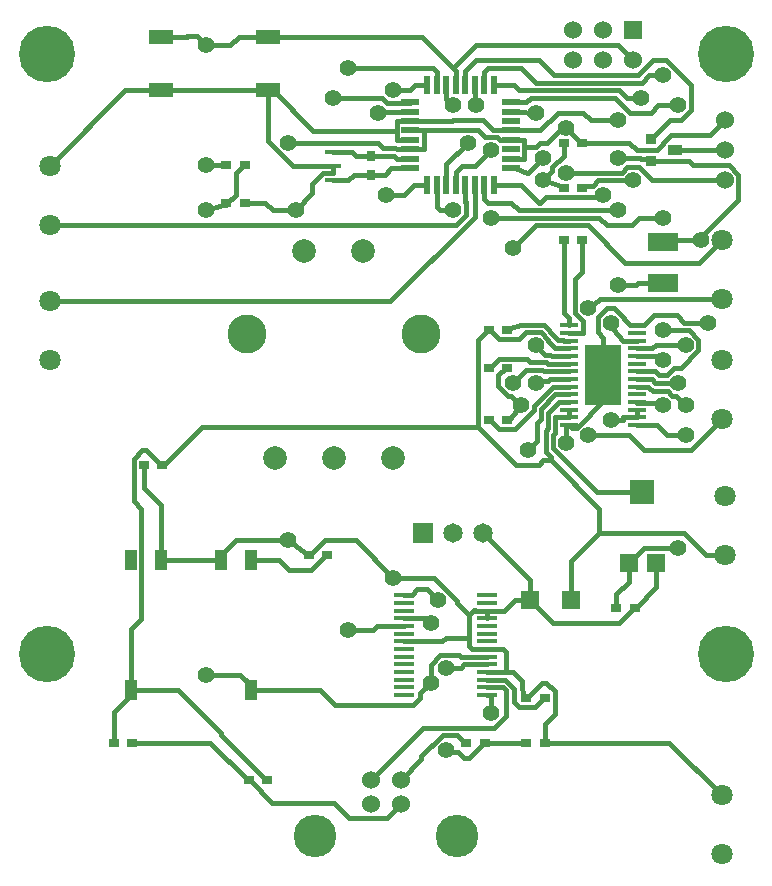
<source format=gtl>
*
*
G04 PADS 9.3.1 Build Number: 456998 generated Gerber (RS-274-X) file*
G04 PC Version=2.1*
*
%IN "Dechorionator.pcb"*%
*
%MOIN*%
*
%FSLAX35Y35*%
*
*
*
*
G04 PC Standard Apertures*
*
*
G04 Thermal Relief Aperture macro.*
%AMTER*
1,1,$1,0,0*
1,0,$1-$2,0,0*
21,0,$3,$4,0,0,45*
21,0,$3,$4,0,0,135*
%
*
*
G04 Annular Aperture macro.*
%AMANN*
1,1,$1,0,0*
1,0,$2,0,0*
%
*
*
G04 Odd Aperture macro.*
%AMODD*
1,1,$1,0,0*
1,0,$1-0.005,0,0*
%
*
*
G04 PC Custom Aperture Macros*
*
*
*
*
*
*
G04 PC Aperture Table*
*
%ADD010C,0.001*%
%ADD016R,0.038X0.03*%
%ADD023R,0.03X0.038*%
%ADD026C,0.06*%
%ADD027R,0.06X0.06*%
%ADD030R,0.07087X0.01772*%
%ADD031C,0.14173*%
%ADD037C,0.055*%
%ADD128R,0.05906X0.02165*%
%ADD129R,0.02165X0.05906*%
%ADD130R,0.08268X0.05118*%
%ADD131C,0.07874*%
%ADD132C,0.12992*%
%ADD133R,0.06102X0.01575*%
%ADD134R,0.12205X0.20276*%
%ADD135R,0.06299X0.06299*%
%ADD136R,0.07874X0.07874*%
%ADD138R,0.065X0.065*%
%ADD139C,0.065*%
%ADD141R,0.036X0.036*%
%ADD146C,0.1875*%
%ADD168C,0.07087*%
%ADD169R,0.05X0.036*%
%ADD170R,0.05512X0.01575*%
%ADD171R,0.03937X0.07087*%
%ADD172R,0.1X0.06*%
%ADD173C,0.018*%
*
*
*
*
G04 PC Circuitry*
G04 Layer Name Dechorionator.pcb - circuitry*
%LPD*%
*
*
G04 PC Custom Flashes*
G04 Layer Name Dechorionator.pcb - flashes*
%LPD*%
*
*
G04 PC Circuitry*
G04 Layer Name Dechorionator.pcb - circuitry*
%LPD*%
*
G54D10*
G54D16*
G01X158100Y52500D03*
X151900D03*
X178100D03*
X171900D03*
X178100Y67500D03*
X171900D03*
X71900Y245000D03*
X78100D03*
X184400Y220000D03*
X190600D03*
X44400Y145000D03*
X50600D03*
X40600Y52500D03*
X34400D03*
X79400Y40000D03*
X85600D03*
X201900Y97500D03*
X208100D03*
X165600Y190000D03*
X159400D03*
X165600Y177500D03*
X159400D03*
X165600Y160000D03*
X159400D03*
X190600Y237500D03*
X184400D03*
X190600Y252500D03*
X184400D03*
X71900Y232500D03*
X78100D03*
X99400Y115000D03*
X105600D03*
G54D23*
X120000Y241900D03*
Y248100D03*
G54D26*
X130000Y40000D03*
X120157D03*
Y32126D03*
X130000D03*
X187500Y280000D03*
Y290000D03*
X197500Y280000D03*
Y290000D03*
X207500Y280000D03*
X238000Y240000D03*
Y250000D03*
Y260000D03*
G54D27*
X207500Y290000D03*
X173250Y100000D03*
X186750D03*
G54D30*
X131024Y101634D03*
Y99075D03*
Y96516D03*
Y93957D03*
Y91398D03*
Y88839D03*
Y86280D03*
Y83720D03*
Y81161D03*
Y78602D03*
Y76043D03*
Y73484D03*
Y70925D03*
Y68366D03*
X158976D03*
Y70925D03*
Y73484D03*
Y76043D03*
Y78602D03*
Y81161D03*
Y83720D03*
Y86280D03*
Y88839D03*
Y91398D03*
Y93957D03*
Y96516D03*
Y99075D03*
Y101634D03*
G54D31*
X101378Y21496D03*
X148780D03*
G54D37*
X65000Y75000D03*
X140000Y72500D03*
X160000Y62500D03*
X145000Y77500D03*
Y50000D03*
X92500Y120000D03*
X112500Y90000D03*
X127500Y107500D03*
X140000Y92500D03*
X142500Y100000D03*
X222500Y117500D03*
X185000Y152500D03*
X170000Y165000D03*
X200000Y160000D03*
X172500Y150000D03*
X192500Y155000D03*
X225000Y165000D03*
X217500D03*
X225000Y155000D03*
X202500Y205000D03*
X200000Y192500D03*
X175000Y172500D03*
X167500D03*
X192500Y197500D03*
X175000Y185000D03*
X232500Y192500D03*
X217500Y190000D03*
X225000Y185000D03*
X217500Y180000D03*
X222500Y172500D03*
X65000Y245000D03*
Y230000D03*
X95000D03*
X125000Y235000D03*
X147500Y230000D03*
X160000Y227500D03*
X202500Y247500D03*
X185000Y242500D03*
X202500Y230000D03*
X197500Y235000D03*
X177500Y247500D03*
Y240000D03*
X167500Y217500D03*
X230000Y220000D03*
X217500Y227500D03*
X207500Y240000D03*
X65000Y285000D03*
X92500Y252500D03*
X107500Y267500D03*
X122500Y262500D03*
X112500Y277500D03*
X127500Y270000D03*
X147500Y265000D03*
X152500Y252500D03*
X160000Y250000D03*
X155000Y265000D03*
X202500Y260000D03*
X185000Y257500D03*
X175000Y262500D03*
X217500Y275000D03*
X210000Y267500D03*
X222500Y265000D03*
G54D128*
X133268Y266024D03*
Y262874D03*
Y259724D03*
Y256575D03*
Y253425D03*
Y250276D03*
Y247126D03*
Y243976D03*
X166732D03*
Y247126D03*
Y250276D03*
Y253425D03*
Y256575D03*
Y259724D03*
Y262874D03*
Y266024D03*
G54D129*
X138976Y238268D03*
X142126D03*
X145276D03*
X148425D03*
X151575D03*
X154724D03*
X157874D03*
X161024D03*
Y271732D03*
X157874D03*
X154724D03*
X151575D03*
X148425D03*
X145276D03*
X142126D03*
X138976D03*
G54D130*
X85827Y287795D03*
X50000D03*
X85827Y270000D03*
X50000D03*
G54D131*
X127500Y147500D03*
X107815D03*
X88130D03*
X117657Y216398D03*
X97972D03*
G54D132*
X136949Y188839D03*
X78697D03*
G54D133*
X186181Y191634D03*
Y189075D03*
Y186516D03*
Y183957D03*
Y181398D03*
Y178839D03*
Y176280D03*
Y173720D03*
Y171161D03*
Y168602D03*
Y166043D03*
Y163484D03*
Y160925D03*
Y158366D03*
X208819D03*
Y160925D03*
Y163484D03*
Y166043D03*
Y168602D03*
Y171161D03*
Y173720D03*
Y176280D03*
Y178839D03*
Y181398D03*
Y183957D03*
Y186516D03*
Y189075D03*
Y191634D03*
G54D134*
X197500Y175000D03*
G54D135*
X215252Y112500D03*
X206000D03*
G54D136*
X210626Y136122D03*
G54D138*
X137500Y122500D03*
G54D139*
X147500D03*
X157500D03*
G54D141*
X213600Y253750D03*
Y246250D03*
G54D146*
X238500Y282000D03*
Y82000D03*
X12000Y282000D03*
Y82000D03*
G54D168*
X237000Y220000D03*
Y200315D03*
Y180000D03*
Y160315D03*
X238000Y115000D03*
Y134685D03*
X237000Y35000D03*
Y15315D03*
X13000Y180000D03*
Y199685D03*
Y225000D03*
Y244685D03*
G54D169*
X221600Y250000D03*
G54D170*
X107500Y240000D03*
Y244724D03*
Y249449D03*
G54D171*
X40000Y70000D03*
X80000D03*
X40000Y113386D03*
X50000D03*
X70000D03*
X80000D03*
G54D172*
X217500Y205750D03*
Y219250D03*
G54D173*
X79400Y40000D02*
X79800D01*
X87300Y32500*
X107968*
X112968Y27500*
X125374*
X130000Y32126*
X120157Y40000D02*
X137657Y57500D01*
X161010*
X165000Y61490*
Y69945*
X130000Y40000D02*
X136966Y46966D01*
Y47976*
X144050Y55061*
X148939*
X151500Y52500*
X151900*
X40000Y70000D02*
Y90398D01*
X43469Y93867*
Y130546*
X40000Y70000D02*
X55658D01*
X70000Y55658*
Y55200*
X85200Y40000*
X85600*
X34400Y52500D02*
Y62825D01*
X40000Y68425*
Y70000*
X40600Y52500D02*
X66500D01*
X79000Y40000*
X79400*
X65000Y75000D02*
X76575D01*
X80000Y71575*
Y70000*
X103154*
X108154Y65000*
X134208*
X136531Y67323*
Y69031*
X140000Y72500*
X152774Y87500D02*
Y84880D01*
X153933Y83720*
X158976*
X140000Y72500D02*
Y78510D01*
X143240Y81750*
X149635*
X150224Y81161*
X150224D02*
X158976D01*
X145000Y77500D02*
X150000D01*
X151102Y78602*
X158976*
X145000Y50000D02*
Y49500D01*
X149250*
X151250Y47500*
X152700*
X157700Y52500*
X158100*
X171900*
X158976Y83720D02*
X164020D01*
X165000Y82740*
Y76043*
X158976*
Y73484D02*
X164855D01*
X167784Y70555*
Y66094*
X169379Y64500*
X174700*
X177700Y67500*
X178100*
X158976Y70925D02*
X164020D01*
X165000Y69945*
X158976Y68366D02*
X160000D01*
Y62500*
X131024Y86280D02*
X143780D01*
X145000Y87500*
X152774*
X165000Y76043D02*
X167400D01*
X170424Y73019*
Y72500*
X170965Y67500*
X171900*
X172300*
X177300Y72500*
X178621*
X181500Y69621*
Y62139*
X178100Y52500D02*
Y58739D01*
X181500Y62139*
X178100Y52500D02*
X219500D01*
X237000Y35000*
X80000Y113386D02*
X89481D01*
X92867Y110000*
X100200*
X105200Y115000*
X105600*
X70000Y113386D02*
Y114961D01*
X75039Y120000*
X92500*
X50000Y113386D02*
X70000D01*
X92500Y120000D02*
X99205Y115000D01*
X99400*
X112500Y90000D02*
X120666D01*
X122064Y91398*
X131024*
X99400Y115000D02*
X99800D01*
X104800Y120000*
X115000*
X127500Y107500*
X152774Y87500D02*
Y95116D01*
X154471Y96813*
X154696*
X154993Y96516*
X158976*
X127500Y107500D02*
X141010D01*
X148913Y99597*
Y98976*
X152774Y95116*
X157500Y122500D02*
X173250Y106750D01*
Y100000*
X158976Y96516D02*
X164643D01*
X168127Y100000*
X173250*
X158976Y96516D02*
Y93957D01*
X131024D02*
X138543D01*
X140000Y92500*
X131024Y101634D02*
X133681D01*
X135628Y103580*
X138920*
X142500Y100000*
X196133Y122500D02*
X224484D01*
X231984Y115000*
X238000*
X186750Y100000D02*
Y113117D01*
X196133Y122500*
X173250Y100000D02*
X180750Y92500D01*
X202700*
X207700Y97500*
X208100*
X201900D02*
Y102125D01*
X206000Y106225*
Y112500*
X211000Y117500*
X222500*
X208100Y97500D02*
X208500D01*
X215252Y104252*
Y112500*
X41000Y147121D02*
Y133015D01*
X43469Y130546*
X41000Y147121D02*
X43879Y150000D01*
X45200*
X50200Y145000*
X50600*
X44400D02*
Y137504D01*
X50000Y131904*
Y113386*
X50600Y145000D02*
X51000D01*
X63717Y157717*
X155736*
X168453Y145000*
X176060*
X177656Y146596*
X180106*
X155736Y157717D02*
Y186736D01*
X159000Y190000*
X159400*
Y160000D02*
X159800D01*
X162800Y157000*
X168121*
X174430Y163309*
Y164796*
X180795Y171161*
X186181*
X180106Y146596D02*
X196133Y130569D01*
Y122500*
X178350Y149465D02*
X180106Y147708D01*
Y146596*
X178350Y149465D02*
Y156551D01*
X179230Y157431*
Y162493*
X182780Y166043*
X186181*
X180750Y150740D02*
Y154909D01*
X181630Y155789*
Y160925*
X186181*
X180750Y150740D02*
X195368Y136122D01*
X210626*
X185000Y152500D02*
Y158366D01*
X186181*
X200000Y160000D02*
X204250D01*
Y160907*
X204268Y160925*
X208819*
X172500Y150000D02*
X175505Y153005D01*
Y159045*
X176830Y160370*
Y163802*
X181630Y168602*
X186181*
X192500Y155000D02*
X206049D01*
X206049D02*
X211049Y150000D01*
X211049D02*
X226685D01*
X237000Y160315*
X165600Y160000D02*
X166136D01*
X170000Y165000*
X186181Y158366D02*
X187047Y157500D01*
X188716*
X197500Y166284*
Y175000*
X186181Y163484D02*
Y160925D01*
X208819Y166043D02*
Y165900D01*
X217500*
Y165000*
X208819Y160925D02*
Y163484D01*
Y158366D02*
X215377D01*
X218743Y155000*
X225000*
X13000Y199685D02*
X126590D01*
X154724Y227820*
Y238268*
X162639Y174939D02*
X165200Y177500D01*
X165600*
X162639Y174939D02*
Y171350D01*
X165862Y168128*
X166872*
X170000Y165000*
X159400Y177500D02*
X159800D01*
X162800Y180500*
X172114*
X173315Y179299*
X178574*
X179034Y178839*
X186181*
X159400Y190000D02*
X159800D01*
X162800Y187000*
X169555*
X171805Y189250*
X176760*
X179154Y186857*
Y186433*
X181630Y183957*
X186181*
X199593Y192163D02*
X204268Y186516D01*
X208819*
X199593Y192163D02*
X200000Y192500D01*
X195750Y194260D02*
X198990Y197500D01*
X201010*
X204479Y194032*
Y193710*
X206555Y191634*
X208819*
X195750Y194260D02*
Y189250D01*
X197500Y187500*
Y175000*
X188250Y206955D02*
X190600Y209305D01*
Y220000*
X188250Y206955D02*
Y195632D01*
X190732Y193150*
X202500Y205000D02*
X208500D01*
X209250Y205750*
X217500*
X175000Y172500D02*
Y173011D01*
X179250*
X179960Y173720*
X186181*
X167500Y172500D02*
X171750Y176750D01*
X177255*
X177726Y176280*
X186181*
X192500Y197500D02*
X196010Y200000D01*
X196325Y200315*
X237000*
X175000Y185000D02*
X178152Y181848D01*
X179893*
X180343Y181398*
X186181*
X165600Y190000D02*
Y190600D01*
X166600*
X170000Y191650*
X177755*
X181554Y187851*
Y187742*
X182565Y186731*
X184212*
X184427Y186516*
X186181*
Y189075D02*
X190732D01*
Y193150*
X217500Y190000D02*
X226010D01*
X229250Y186760*
X208819Y191634D02*
X211083D01*
X214449Y195000*
X222130*
X224630Y192500*
X232500*
X208819Y183957D02*
X213957D01*
X215000Y185000*
X225000*
X208819Y181398D02*
X216102D01*
X217500Y180000*
X208819Y176280D02*
X214886D01*
X216166Y175000*
X218750*
X221250Y177500*
X223510*
X229250Y183240*
Y186760*
X208819Y173720D02*
X213727D01*
X214947Y172500*
X222500*
X208819Y171161D02*
X212562D01*
X214048Y169675*
X219075*
X220622Y168128*
X221872*
X225000Y165000*
X13000Y244685D02*
X38315Y270000D01*
X50000*
X13000Y225000D02*
X148510D01*
X151750Y228240*
Y232700*
X65000Y245000D02*
X71900D01*
X65000Y230000D02*
X70900Y231900D01*
X71900*
Y232500*
X78100D02*
X84875D01*
X87375Y230000*
X95000*
X71900Y232500D02*
X72300D01*
X75000Y235200*
Y242300*
X77700Y245000*
X78100*
X95000Y230000D02*
X100625Y235625D01*
Y238789*
X104254Y242419*
X107481*
X107500Y242437*
Y244724*
Y249449D02*
X113704D01*
X115052Y248100*
X120000*
X107500Y240000D02*
X112500D01*
X114400Y241900*
X120000*
Y248100D02*
X127741D01*
X128715Y247126*
X133268*
X120000Y241900D02*
X124869D01*
X126946Y243976*
X133268*
X125000Y235000D02*
X131188D01*
X134456Y238268*
X138976*
X160000Y227500D02*
X196183D01*
X198683Y225000*
X207130*
X209630Y227500*
X217500*
X161024Y238268D02*
X170265D01*
X176033Y232500*
X176331*
X178331Y234500*
X197500*
Y235000*
X157874Y238268D02*
Y233815D01*
X159189Y232500*
X166825*
X169325Y230000*
X202500*
X151575Y238268D02*
Y232875D01*
X151750Y232700*
X148425Y238268D02*
Y242720D01*
X150562Y244858*
X154858*
X160000Y250000*
X145276Y238268D02*
Y245276D01*
X152500Y252500*
X142126Y238268D02*
Y231124D01*
X143250Y230000*
X147500*
X202500Y247500D02*
X209950D01*
X210300Y247150*
X213600*
Y246250*
X185000Y242500D02*
X203750D01*
X205500Y244250*
X209570*
X213820Y240000*
X238000*
X177500D02*
X180628Y243128D01*
Y244378*
X184400Y248150*
Y252500*
X177500Y240000D02*
X183400Y238100D01*
X184400*
Y237500*
X167500Y217500D02*
X175000Y225000D01*
X192481*
X204981Y212500*
X229500*
X237000Y220000*
X190600Y237500D02*
Y238100D01*
X194000*
X195900Y240000*
X207500*
X184400Y220000D02*
Y195895D01*
X186181Y194114*
Y191634*
X166732Y247126D02*
X171185D01*
Y251028*
X166732Y243976D02*
X168305D01*
X172185Y242500*
X172500*
X177500Y247500*
X230000Y220000D02*
X229495Y220505D01*
X242500Y233510*
X217500Y219250D02*
Y220000D01*
X230000*
X213600Y246250D02*
X226143D01*
X227393Y245000*
X239364*
X242500Y241864*
Y233510*
X65000Y285000D02*
X73324D01*
X76119Y287795*
X85827*
X50000Y270000D02*
X85827D01*
X50000Y287795D02*
X58709D01*
X58919Y288005*
X61995*
X65000Y285000*
X92500Y252500D02*
X122500D01*
X124141Y250859*
X128201*
X128785Y250276*
X133268*
X107500Y267500D02*
X123750D01*
X125500Y265750*
X132994*
X133268Y266024*
X122500Y262500D02*
Y262874D01*
X133268*
X112500Y277500D02*
X140811D01*
X142126Y276185*
Y271732*
X85827Y270000D02*
Y253163D01*
X94265Y244724*
X107500*
X85827Y270000D02*
X87402D01*
X100902Y256500*
X128815*
X85827Y287795D02*
X137189D01*
X146540Y278445*
X128815Y256500D02*
Y259724D01*
X133268*
X128815Y256500D02*
Y253425D01*
X133268*
X147602Y277382D02*
X155220Y285000D01*
X202500*
X207500Y280000*
X147602Y277382D02*
X148425Y276559D01*
Y271732*
X146540Y278445D02*
X147602Y277382D01*
X137720Y256575D02*
X144142D01*
X144318Y256750*
X155808*
X158254Y254304*
X162277*
X163155Y253425*
X166732*
X127500Y270000D02*
X133206D01*
X134938Y271732*
X138976*
X145276D02*
Y267224D01*
X147500Y265000*
X151575Y271732D02*
Y276496D01*
X155079Y280000*
X176061*
X181061Y275000*
X209193*
X214193Y280000*
X218510*
X226750Y271760*
Y263240*
X154724Y271732D02*
X154907D01*
Y269680*
X155000Y265000*
X157874Y271732D02*
Y276185D01*
X159189Y277500*
X170091*
X175091Y272500*
X210417*
X212917Y275000*
X217500*
X161024Y271732D02*
X167868D01*
X169601Y270000*
X202839*
X205339Y267500*
X210000*
X133268Y250276D02*
X137720D01*
Y256575*
X133268*
X137720*
X133268Y259724D02*
X147224D01*
X147500Y260000*
X157500*
X160743Y256757*
X166732*
Y256575*
X171185Y251028D02*
X175017D01*
X176490Y252500*
X178879*
X184439Y258061*
X185000Y257500*
X190227Y252500*
X190600*
X206320*
X208820Y250000*
X215571*
X217500Y251929*
Y252321*
X220179Y255000*
X233000*
X238000Y260000*
X166732Y266024D02*
X171849D01*
X173326Y267500*
X201533*
X206533Y262500*
X213380*
X215880Y265000*
X222500*
X166732Y262874D02*
Y262691D01*
X168785*
X175000Y262500*
X166732Y256575D02*
X176575D01*
X182500Y262500*
X190880*
X193380Y260000*
X202500*
X166732Y253425D02*
Y253428D01*
X171185*
Y251028*
X221600Y250000D02*
X238000D01*
X213600Y253750D02*
X219850Y260000D01*
X223510*
X226750Y263240*
X0Y0D02*
M02*

</source>
